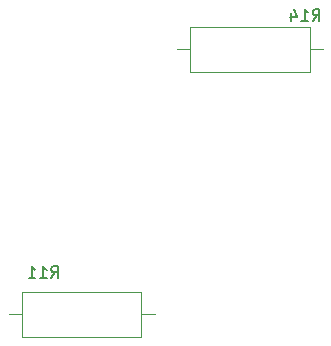
<source format=gbr>
%TF.GenerationSoftware,KiCad,Pcbnew,(6.0.2)*%
%TF.CreationDate,2022-12-27T18:57:37-08:00*%
%TF.ProjectId,tr_switch,74725f73-7769-4746-9368-2e6b69636164,rev?*%
%TF.SameCoordinates,PX4b94250PY699e930*%
%TF.FileFunction,Legend,Bot*%
%TF.FilePolarity,Positive*%
%FSLAX46Y46*%
G04 Gerber Fmt 4.6, Leading zero omitted, Abs format (unit mm)*
G04 Created by KiCad (PCBNEW (6.0.2)) date 2022-12-27 18:57:37*
%MOMM*%
%LPD*%
G01*
G04 APERTURE LIST*
%ADD10C,0.150000*%
%ADD11C,0.120000*%
G04 APERTURE END LIST*
D10*
%TO.C,R14*%
X42317857Y46272620D02*
X42651190Y46748810D01*
X42889285Y46272620D02*
X42889285Y47272620D01*
X42508333Y47272620D01*
X42413095Y47225000D01*
X42365476Y47177381D01*
X42317857Y47082143D01*
X42317857Y46939286D01*
X42365476Y46844048D01*
X42413095Y46796429D01*
X42508333Y46748810D01*
X42889285Y46748810D01*
X41365476Y46272620D02*
X41936904Y46272620D01*
X41651190Y46272620D02*
X41651190Y47272620D01*
X41746428Y47129762D01*
X41841666Y47034524D01*
X41936904Y46986905D01*
X40508333Y46939286D02*
X40508333Y46272620D01*
X40746428Y47320239D02*
X40984523Y46605953D01*
X40365476Y46605953D01*
%TO.C,R11*%
X20167857Y24497620D02*
X20501190Y24973810D01*
X20739285Y24497620D02*
X20739285Y25497620D01*
X20358333Y25497620D01*
X20263095Y25450000D01*
X20215476Y25402381D01*
X20167857Y25307143D01*
X20167857Y25164286D01*
X20215476Y25069048D01*
X20263095Y25021429D01*
X20358333Y24973810D01*
X20739285Y24973810D01*
X19215476Y24497620D02*
X19786904Y24497620D01*
X19501190Y24497620D02*
X19501190Y25497620D01*
X19596428Y25354762D01*
X19691666Y25259524D01*
X19786904Y25211905D01*
X18263095Y24497620D02*
X18834523Y24497620D01*
X18548809Y24497620D02*
X18548809Y25497620D01*
X18644047Y25354762D01*
X18739285Y25259524D01*
X18834523Y25211905D01*
D11*
%TO.C,R14*%
X31935000Y45770000D02*
X42075000Y45770000D01*
X43185000Y43850000D02*
X42075000Y43850000D01*
X42075000Y45770000D02*
X42075000Y41930000D01*
X30825000Y43850000D02*
X31935000Y43850000D01*
X31935000Y41930000D02*
X31935000Y45770000D01*
X42075000Y41930000D02*
X31935000Y41930000D01*
%TO.C,R11*%
X27820000Y19505000D02*
X17680000Y19505000D01*
X17680000Y19505000D02*
X17680000Y23345000D01*
X27820000Y23345000D02*
X27820000Y19505000D01*
X17680000Y23345000D02*
X27820000Y23345000D01*
X16570000Y21425000D02*
X17680000Y21425000D01*
X28930000Y21425000D02*
X27820000Y21425000D01*
%TD*%
M02*

</source>
